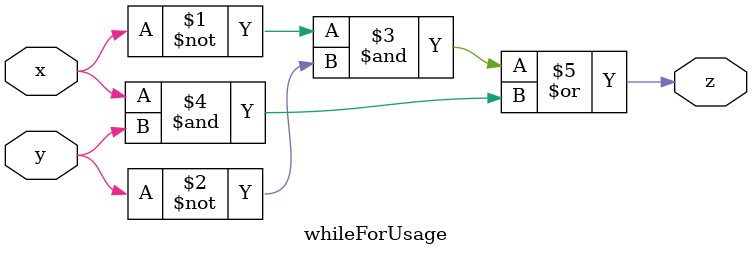
<source format=v>
`timescale 1ns / 1ps


module whileForUsage(
    input x,
    input y,
    output z
    );
    assign z = (~x & ~y) | (x & y);
endmodule

</source>
